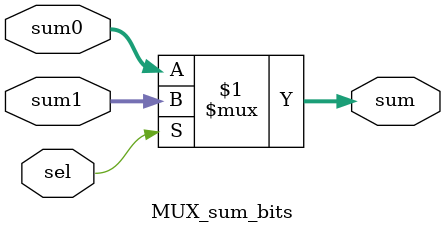
<source format=v>
`timescale 1ns / 1ps
module MUX_sum_bits(
 input [7:0] sum0,
 input [7:0] sum1,
 input sel,
 output [7:0] sum 
    );

 assign sum = sel ? sum1 : sum0 ;

endmodule

</source>
